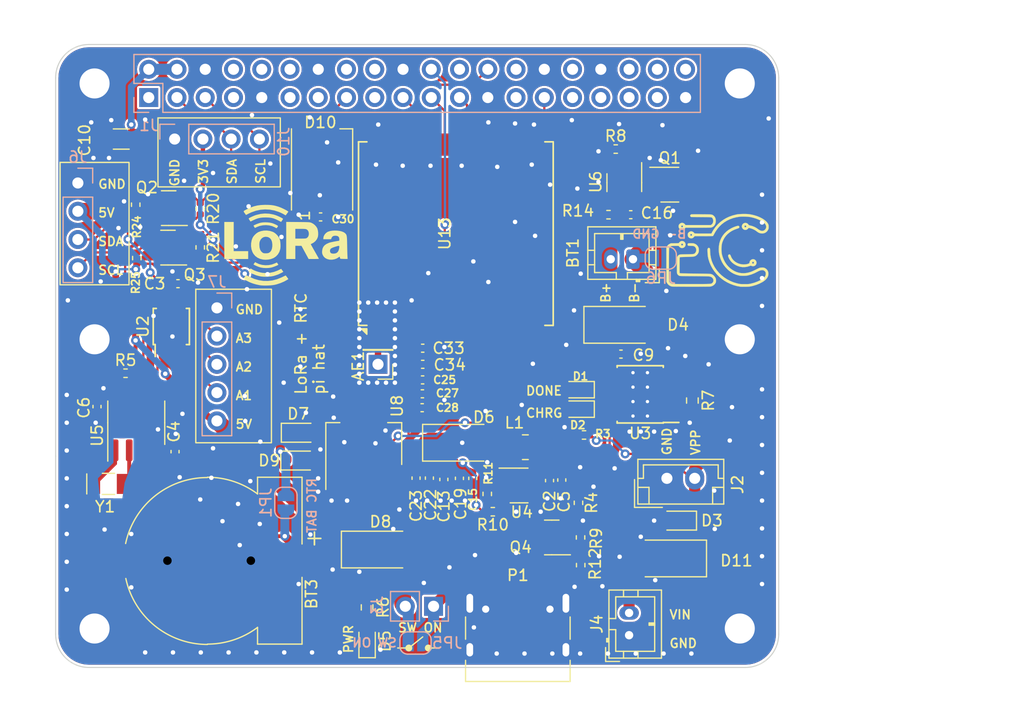
<source format=kicad_pcb>
(kicad_pcb (version 20241229) (generator "pcbnew") (generator_version "9.0")
  (title_block (date "15 nov 2012"))
  (layers (0 "F.Cu" signal) (2 "B.Cu" signal) (13 "F.Paste" user) (15 "B.Paste" user) (5 "F.SilkS" user "F.Silkscreen") (7 "B.SilkS" user "B.Silkscreen") (1 "F.Mask" user) (3 "B.Mask" user) (25 "Edge.Cuts" user))
  (net 0 "")
  (net 1 "GND")
  (net 2 "/GPIO2{slash}SDA1")
  (net 3 "/GPIO3{slash}SCL1")
  (net 4 "/GPIO4{slash}GPCLK0")
  (net 5 "/GPIO14{slash}TXD0")
  (net 6 "/GPIO15{slash}RXD0")
  (net 7 "/GPIO17")
  (net 8 "/GPIO18{slash}PCM.CLK")
  (net 9 "/GPIO27")
  (net 10 "/GPIO22")
  (net 11 "/GPIO23")
  (net 12 "/GPIO24")
  (net 13 "/GPIO10{slash}SPI0.MOSI")
  (net 14 "/GPIO9{slash}SPI0.MISO")
  (net 15 "/GPIO25")
  (net 16 "/GPIO11{slash}SPI0.SCLK")
  (net 17 "/GPIO8{slash}SPI0.CE0")
  (net 18 "/GPIO7{slash}SPI0.CE1")
  (net 19 "/ID_SDA")
  (net 20 "/ID_SCL")
  (net 21 "/GPIO5")
  (net 22 "/GPIO6")
  (net 23 "/GPIO12{slash}PWM0")
  (net 24 "/GPIO13{slash}PWM1")
  (net 25 "/GPIO19{slash}PCM.FS")
  (net 26 "/GPIO16")
  (net 27 "/GPIO26")
  (net 28 "/GPIO20{slash}PCM.DIN")
  (net 29 "/GPIO21{slash}PCM.DOUT")
  (net 30 "+5V")
  (net 31 "+3V3")
  (net 32 "Net-(AE1-A)")
  (net 33 "+BATT")
  (net 34 "-BATT")
  (net 35 "Net-(U6-VCC)")
  (net 36 "+3.3VA")
  (net 37 "/DONE")
  (net 38 "Net-(D1-A)")
  (net 39 "/CHRG")
  (net 40 "VPP")
  (net 41 "Net-(D5-A)")
  (net 42 "Net-(D8-A)")
  (net 43 "/RGB")
  (net 44 "/A3")
  (net 45 "/DCIN")
  (net 46 "/SCL5")
  (net 47 "/SDA5")
  (net 55 "Net-(Q1-G2)")
  (net 57 "Net-(Q1-G1)")
  (net 58 "/EN_5V")
  (net 59 "Net-(U5-SQW{slash}OUT)")
  (net 60 "Net-(U3-ISET)")
  (net 61 "Net-(U6-CS)")
  (net 62 "Net-(U4-FB)")
  (net 64 "Net-(U5-X1)")
  (net 65 "Net-(U5-X2)")
  (net 72 "Net-(Q4-B)")
  (net 74 "/A2")
  (net 75 "/A1")
  (net 76 "Net-(BT3-+)")
  (net 77 "Net-(D7-K)")
  (net 78 "/STEP")
  (footprint "Connector_JST:JST_PH_B2B-PH-K_1x02_P2.00mm_Vertical" (layer "F.Cu") (at 151.9 63.3 180)
    (property "Reference" "BT1")
    (property "Value" "BAT")
  )
  (footprint "Resistor_SMD:R_0402_1005Metric" (layer "F.Cu") (at 147.1875 88.3125 90)
    (property "Reference" "R9")
    (property "Value" "10K")
  )
  (footprint "Connector_JST:JST_EH_B2B-EH-A_1x02_P2.50mm_Vertical" (layer "F.Cu") (at 154.95 83)
    (property "Reference" "J2")
    (property "Value" "CONN")
  )
  (footprint "MountingHole:MountingHole_2.7mm_M2.5" (layer "F.Cu") (at 161.5 70.5)
    (property "Reference" "MH5" (hide yes))
    (property "Value" "MountingHole_2.7mm_M2.5" (hide yes))
  )
  (footprint "Package_TO_SOT_SMD:SOT-23-6" (layer "F.Cu") (at 151.12 56.42 -90)
    (property "Reference" "U6")
    (property "Value" "DW01+G")
  )
  (footprint "MountingHole:MountingHole_2.7mm_M2.5" (layer "F.Cu") (at 161.5 47.5)
    (property "Reference" "MH2" (hide yes))
    (property "Value" "MountingHole_2.7mm_M2.5" (hide yes))
  )
  (footprint "Capacitor_SMD:C_0402_1005Metric" (layer "F.Cu") (at 132.4 82.98 -90)
    (property "Reference" "C23")
    (property "Value" "100nF")
  )
  (footprint "RF_Module:Ai-Thinker-Ra-01-LoRa" (layer "F.Cu") (at 135.98 61 90)
    (property "Reference" "U13")
    (property "Value" "Ai-Thinker-Ra-01")
  )
  (footprint "Capacitor_SMD:C_0402_1005Metric" (layer "F.Cu") (at 103.72 76.55 -90)
    (property "Reference" "C6")
    (property "Value" "100nF")
  )
  (footprint "LED_SMD:LED_0603_1608Metric" (layer "F.Cu") (at 146.94 75.03 180)
    (property "Reference" "D1")
    (property "Value" "GLED")
  )
  (footprint "Resistor_SMD:R_0603_1608Metric" (layer "F.Cu") (at 157.24 76.005 -90)
    (property "Reference" "R7")
    (property "Value" "1.1K")
  )
  (footprint "Capacitor_SMD:C_0402_1005Metric" (layer "F.Cu") (at 132.99 74.15 180)
    (property "Reference" "C25")
    (property "Value" "10uF")
  )
  (footprint "Capacitor_SMD:C_0402_1005Metric" (layer "F.Cu") (at 133 72.75 180)
    (property "Reference" "C34")
    (property "Value" "10uF")
  )
  (footprint "Capacitor_SMD:C_0402_1005Metric" (layer "F.Cu") (at 110.735 80.6 90)
    (property "Reference" "C4")
    (property "Value" "100nF")
  )
  (footprint "Resistor_SMD:R_0402_1005Metric" (layer "F.Cu") (at 106.285 73.55)
    (property "Reference" "R5")
    (property "Value" "10K")
  )
  (footprint "LED_SMD:LED_0603_1608Metric" (layer "F.Cu") (at 128 97.6375 90)
    (property "Reference" "D5")
    (property "Value" "RLED")
  )
  (footprint "Package_SO:SOIC-8_3.9x4.9mm_P1.27mm" (layer "F.Cu") (at 107.25 78 90)
    (property "Reference" "U5")
    (property "Value" "DS1307Z+")
  )
  (footprint "Resistor_SMD:R_0402_1005Metric" (layer "F.Cu") (at 113 58.76 -90)
    (property "Reference" "R20")
    (property "Value" "10K")
  )
  (footprint "Capacitor_SMD:C_1206_3216Metric" (layer "F.Cu") (at 105.9 52.5 180)
    (property "Reference" "C10")
    (property "Value" "47uF")
  )
  (footprint "Package_TO_SOT_SMD:SOT-23" (layer "F.Cu") (at 110.1 62.26 180)
    (property "Reference" "Q3")
    (property "Value" "2N7002")
  )
  (footprint "Diode_SMD:D_SOD-323" (layer "F.Cu") (at 121.9 78.9)
    (property "Reference" "D7")
    (property "Value" "1N5819WS")
  )
  (footprint "nodemcu:lora 7mm" (layer "F.Cu") (at 120.7 62.04)
    (property "Reference" "G***" (hide yes))
    (property "Value" "LOGO" (hide yes))
  )
  (footprint "Package_TO_SOT_SMD:SOT-23" (layer "F.Cu") (at 144.6 88.3125 180)
    (property "Reference" "Q4")
    (property "Value" "MMBT3904")
  )
  (footprint "Package_TO_SOT_SMD:SOT-23-5" (layer "F.Cu") (at 141.6625 83.64)
    (property "Reference" "U4")
    (property "Value" "MT3540")
  )
  (footprint "Resistor_SMD:R_0402_1005Metric" (layer "F.Cu") (at 147.2 90.8 -90)
    (property "Reference" "R12")
    (property "Value" "1K")
  )
  (footprint "Package_SO:Texas_HSOP-8-1EP_3.9x4.9mm_P1.27mm_ThermalVias" (layer "F.Cu") (at 152.55 75.45 180)
    (property "Reference" "U3")
    (property "Value" "CN3163")
  )
  (footprint "Resistor_SMD:R_0402_1005Metric" (layer "F.Cu") (at 107.2 58.4 90)
    (property "Reference" "R24")
    (property "Value" "10K")
  )
  (footprint "Connector_USB:USB_C_Receptacle_HRO_TYPE-C-31-M-12" (layer "F.Cu") (at 141.55 97.36)
    (property "Reference" "P1")
    (property "Value" "USB_C_Plug")
  )
  (footprint "Resistor_SMD:R_0402_1005Metric" (layer "F.Cu") (at 107.3 63.2 -90)
    (property "Reference" "R25")
    (property "Value" "10K")
  )
  (footprint "Resistor_SMD:R_0402_1005Metric" (layer "F.Cu") (at 150.35 53.4)
    (property "Reference" "R8")
    (property "Value" "1K")
  )
  (footprint "Capacitor_SMD:C_0402_1005Metric" (layer "F.Cu") (at 133 71.3 180)
    (property "Reference" "C33")
    (property "Value" "100nF")
  )
  (footprint "Capacitor_SMD:C_0402_1005Metric" (layer "F.Cu") (at 137.5 83 -90)
    (property "Reference" "C15")
    (property "Value" "10uF")
  )
  (footprint "Resistor_SMD:R_0402_1005Metric" (layer "F.Cu") (at 147 85.2 -90)
    (property "Reference" "R4")
    (property "Value" "150K")
  )
  (footprint "Capacitor_SMD:C_0402_1005Metric" (layer "F.Cu") (at 144.4 83.2 90)
    (property "Reference" "C2")
    (property "Value" "1uF")
  )
  (footprint "MountingHole:MountingHole_2.7mm_M2.5" (layer "F.Cu") (at 103.5 96.5)
    (property "Reference" "MH3" (hide yes))
    (property "Value" "MountingHole_2.7mm_M2.5" (hide yes))
  )
  (footprint "Crystal:Crystal_SMD_G8-2Pin_3.2x1.5mm" (layer "F.Cu") (at 104.75 83.5)
    (property "Reference" "Y1")
    (property "Value" "32.768Khz")
  )
  (footprint "Connector_PinHeader_2.54mm:PinHeader_1x01_P2.54mm_Vertical" (layer "F.Cu") (at 128.98 72.75 180)
    (property "Reference" "AE1")
    (property "Value" "Antenna")
  )
  (footprint "Capacitor_SMD:C_0402_1005Metric" (layer "F.Cu") (at 145.5 83.15 -90)
    (property "Reference" "C5")
    (property "Value" "10uF")
  )
  (footprint "Diode_SMD:D_SMA" (layer "F.Cu") (at 129.2 89.4)
    (property "Reference" "D8")
    (property "Value" "SS34")
  )
  (footprint "MountingHole:MountingHole_2.7mm_M2.5" (layer "F.Cu") (at 103.5 47.5)
    (property "Reference" "MH1" (hide yes))
    (property "Value" "MountingHole_2.7mm_M2.5" (hide yes))
  )
  (footprint "Diode_SMD:D_SOD-323" (layer "F.Cu") (at 121.85 81.4)
    (property "Reference" "D9")
    (property "Value" "1N5819WS")
  )
  (footprint "Package_TO_SOT_SMD:SOT-23-6" (layer "F.Cu") (at 155.2125 56.6)
    (property "Reference" "Q1")
    (property "Value" "8205A")
  )
  (footprint "Package_SO:TSSOP-10_3x3mm_P0.5mm" (layer "F.Cu") (at 110.4 69.35 90)
    (property "Reference" "U2")
    (property "Value" "ADS1115IDGS")
  )
  (footprint "Diode_SMD:D_SMA" (layer "F.Cu") (at 151 69.2)
    (property "Reference" "D4")
    (property "Value" "SS34")
  )
  (footprint "MountingHole:MountingHole_2.7mm_M2.5" (layer "F.Cu") (at 103.5 70.5)
    (property "Reference" "MH6" (hide yes))
    (property "Value" "MountingHole_2.7mm_M2.5" (hide yes))
  )
  (footprint "Connector_JST:JST_PH_B2B-PH-K_1x02_P2.00mm_Vertical" (layer "F.Cu") (at 151.55 97.1 90)
    (property "Reference" "J4")
    (property "Value" "CONN")
  )
  (footprint "Package_TO_SOT_SMD:SOT-23" (layer "F.Cu") (at 110.1625 58.71 180)
    (property "Reference" "Q2")
    (property "Value" "2N7002")
  )
  (footprint "LED_SMD:LED_0603_1608Metric" (layer "F.Cu") (at 146.94 76.78 180)
    (property "Reference" "D2")
    (property "Value" "LED RED")
  )
  (footprint "Capacitor_SMD:C_0402_1005Metric" (layer "F.Cu") (at 134.9 83.1 -90)
    (property "Reference" "C13")
    (property "Value" "100nF")
  )
  (footprint "Capacitor_SMD:C_0402_1005Metric" (layer "F.Cu") (at 123.82 59.5)
    (property "Reference" "C30")
    (property "Value" "100nF")
  )
  (footprint "Resistor_SMD:R_0402_1005Metric" (layer "F.Cu") (at 149.7 59.3)
    (property "Reference" "R14")
    (property "Value" "100R")
  )
  (footprint "Capacitor_SMD:C_0402_1005Metric" (layer "F.Cu") (at 150.82 71.83)
    (property "Reference" "C9")
    (property "Value" "1uF")
  )
  (footprint "Capacitor_SMD:C_0402_1005Metric" (layer "F.Cu") (at 136.3 83 -90)
    (property "Reference" "C19")
    (property "Value" "1uF")
  )
  (footprint "Capacitor_SMD:C_0402_1005Metric" (layer "F.Cu") (at 111 65.5)
    (property "Reference" "C3")
    (property "Value" "100nF")
  )
  (footprint "Resistor_SMD:R_0402_1005Metric" (layer "F.Cu") (at 139.3 86 180)
    (property "Reference" "R10")
    (property "Value" "150K")
  )
  (footprint "Package_TO_SOT_SMD:SOT-223-3_TabPin2" (layer "F.Cu") (at 127.7 79.9 90)
    (property "Reference" "U8")
    (property "Value" "AMS1117-3.3")
  )
  (footprint "MountingHole:MountingHole_2.7mm_M2.5" (layer "F.Cu") (at 161.5 96.5)
    (property "Reference" "MH4" (hide yes))
    (property "Value" "MountingHole_2.7mm_M2.5" (hide yes))
  )
  (footprint "nodemcu:cr1220-2" (layer "F.Cu") (at 113.65 90.4 90)
    (property "Reference" "BT3")
    (property "Value" "Battery_Cell")
  )
  (footprint "Diode_SMD:D_SOD-323" (layer "F.Cu") (at 156 86.8 180)
    (property "Reference" "D3")
    (property "Value" "1N5819WS")
  )
  (footprint "Capacitor_SMD:C_0402_1005Metric" (layer "F.Cu") (at 151.7 59.3)
    (property "Reference" "C16")
    (property "Value" "1uF")
  )
  (footprint "Diode_SMD:D_SMA" (layer "F.Cu") (at 155 90.2 180)
    (property "Reference" "D11")
    (property "Value" "SS34")
  )
  (footprint "Inductor_SMD:L_1008_2520Metric" (layer "F.Cu") (at 142.225 80.2 180)
    (property "Reference" "L1")
    (property "Value" "4.7uH")
  )
  (footprint "nodemcu:EC_icon10mm" (layer "F.Cu") (at 159.5 62.5)
    (property "Reference" "G***" (hide yes))
    (property "Value" "LOGO" (hide yes))
  )
  (footprint "Capacitor_SMD:C_0402_1005Metric" (layer "F.Cu") (at 132.95 76.65 180)
    (property "Reference" "C28")
    (property "Value" "100nF")
  )
  (footprint "Resistor_SMD:R_0402_1005Metric" (layer "F.Cu") (at 113 62.24 -90)
    (property "Reference" "R21")
    (property "Value" "10K")
  )
  (footprint "Resistor_SMD:R_0603_1608Metric" (layer "F.Cu") (at 128 94.6 -90)
    (property "Reference" "R6")
    (property "Value" "1K")
  )
  (footprint "LED_SMD:LED_WS2812B_PLCC4_5.0x5.0mm_P3.2mm" (layer "F.Cu") (at 123.95 55.23 90)
    (property "Reference" "D10")
    (property "Value" "WS2812B")
  )
  (footprint "Diode_SMD:D_SMA" (layer "F.Cu") (at 136.5 79.8)
    (property "Reference" "D6")
    (property "Value" "SS210")
  )
  (footprint "Capacitor_SMD:C_0402_1005Metric" (layer "F.Cu") (at 133.6 82.98 -90)
    (property "Reference" "C22")
    (property "Value" "10uF")
  )
  (footprint "Resistor_SMD:R_0402_1005Metric" (layer "F.Cu") (at 147.5 79.1)
    (property "Reference" "R3")
    (property "Value" "1K")
  )
  (footprint "Capacitor_SMD:C_0402_1005Metric" (layer "F.Cu") (at 132.97 75.4 180)
    (property "Reference" "C27")
    (property "Value" "1uF")
  )
  (footprint "Resistor_SMD:R_0402_1005Metric" (layer "F.Cu") (at 138.8 84.4 -90)
    (property "Reference" "R11")
    (property "Value" "47K")
  )
  (footprint "Connector_PinSocket_2.54mm:PinSocket_2x20_P2.54mm_Vertical" (layer "B.Cu") (at 108.37 48.77 -90)
    (property "Reference" "J1")
    (property "Value" "GPIO")
  )
  (footprint "Connector_PinHeader_2.54mm:PinHeader_1x04_P2.54mm_Vertical" (layer "B.Cu") (at 110.7 52.5 -90)
    (property "Reference" "J10")
    (property "Value" "CONN")
  )
  (footprint "Jumper:SolderJumper-2_P1.3mm_Open_RoundedPad1.0x1.5mm" (layer "B.Cu") (at 154.4 63.2)
    (property "Reference" "JP6")
    (property "Value" "BATBYPASS")
  )
  (footprint "Connector_PinHeader_2.54mm:PinHeader_1x04_P2.54mm_Vertical" (layer "B.Cu") (at 102 56.45 180)
    (property "Reference" "J6")
    (property "Value" "CONN")
  )
  (footprint "Jumper:SolderJumper-2_P1.3mm_Open_RoundedPad1.0x1.5mm" (layer "B.Cu") (at 132.35 97.8)
    (property "Reference" "JP5")
    (property "Value" "JUMPER")
  )
  (footprint "Connector_PinHeader_2.54mm:PinHeader_1x05_P2.54mm_Vertical" (layer "B.Cu") (at 114.5 67.675 180)
    (property "Reference" "J7")
    (property "Value" "AIN")
  )
  (footprint "Connector_PinHeader_2.54mm:PinHeader_1x02_P2.54mm_Vertical" (layer "B.Cu") (at 133.975 94.5 90)
    (property "Reference" "J3")
    (property "Value" "CONN")
  )
  (footprint "Jumper:SolderJumper-2_P1.3mm_Open_RoundedPad1.0x1.5mm" (layer "B.Cu") (at 120.7 85.2 -90)
    (property "Reference" "JP1")
    (property "Value" "JUMPER")
  )
  (gr_circle (center 133.5 98.25) (end 133.75 98.25) (stroke (width 0.12)) (fill yes) (layer "F.SilkS"))
  (gr_rect (start 109.2 50.6) (end 120.2 56.8) (stroke (width 0.12)) (fill no) (layer "F.SilkS"))
  (gr_line (start 131.75 98.25) (end 133 97.25) (stroke (width 0.12)) (layer "F.SilkS"))
  (gr_line (start 133.5 98.25) (end 134.5 98.25) (stroke (width 0.12)) (layer "F.SilkS"))
  (gr_line (start 130.75 98.25) (end 131.75 98.25) (stroke (width 0.12)) (layer "F.SilkS"))
  (gr_rect (start 112.6 66) (end 119.4 79.8) (stroke (width 0.12)) (fill no) (layer "F.SilkS"))
  (gr_rect (start 100.4 54.6) (end 106.6 65.6) (stroke (width 0.12)) (fill no) (layer "F.SilkS"))
  (gr_circle (center 131.75 98.25) (end 132 98.25) (stroke (width 0.12)) (fill yes) (layer "F.SilkS"))
  (gr_arc (start 162 44) (mid 164.12132 44.87868) (end 165 47) (stroke (width 0.1)) (layer "Edge.Cuts"))
  (gr_line (start 165 97) (end 165 47) (stroke (width 0.1)) (layer "Edge.Cuts"))
  (gr_line (start 100 47) (end 100 81) (stroke (width 0.1)) (layer "Edge.Cuts"))
  (gr_arc (start 103 100) (mid 100.87868 99.12132) (end 100 97) (stroke (width 0.1)) (layer "Edge.Cuts"))
  (gr_line (start 103 100) (end 162 100) (stroke (width 0.1)) (layer "Edge.Cuts"))
  (gr_arc (start 165 97) (mid 164.12132 99.12132) (end 162 100) (stroke (width 0.1)) (layer "Edge.Cuts"))
  (gr_arc (start 100 47) (mid 100.87868 44.87868) (end 103 44) (stroke (width 0.1)) (layer "Edge.Cuts"))
  (gr_line (start 100 81) (end 100 97) (stroke (width 0.1)) (layer "Edge.Cuts"))
  (gr_line (start 162 44) (end 103 44) (stroke (width 0.1)) (layer "Edge.Cuts"))
  (gr_text "PWR" (at 126.8 98.8 90) (layer "F.SilkS") (effects (font (size 0.8 0.8)) (justify left bottom)))
  (gr_text "DONE" (at 142.2 75.6 0) (layer "F.SilkS") (effects (font (size 0.8 0.8)) (justify left bottom)))
  (gr_text "GND\n\n5V\n\nSDA\n\nSCL" (at 103.75 64.75 0) (layer "F.SilkS") (effects (font (size 0.8 0.8)) (justify left bottom)))
  (gr_text "LoRa + RTC\npi hat" (at 124.25 75.56 90) (layer "F.SilkS") (effects (font (size 1 1)) (justify left bottom)))
  (gr_text "B+\n\nB-" (at 152.5 65.31 90) (layer "F.SilkS") (effects (font (size 0.8 0.8)) (justify right bottom)))
  (gr_text "GND\n\nVPP" (at 158 81 90) (layer "F.SilkS") (effects (font (size 0.8 0.8)) (justify left bottom)))
  (gr_text "GND\n\n3V3\n\nSDA\n\nSCL" (at 118.9 54.2 90) (layer "F.SilkS") (effects (font (size 0.8 0.8)) (justify right bottom)))
  (gr_text "VIN\n\nGND" (at 155.1 98.3 0) (layer "F.SilkS") (effects (font (size 0.8 0.8)) (justify left bottom)))
  (gr_text "GND\n\nA3\n\nA2\n\nA1\n\n5V" (at 116.1 78.6 0) (layer "F.SilkS") (effects (font (size 0.8 0.8)) (justify left bottom)))
  (gr_text "CHRG" (at 142.2 77.6 0) (layer "F.SilkS") (effects (font (size 0.8 0.8)) (justify left bottom)))
  (gr_text "SW ON" (at 130.7 96.9 0) (layer "F.SilkS") (effects (font (size 0.8 0.8)) (justify left bottom)))
  (gr_text "SW ON" (at 130.75 98.25 0) (layer "B.SilkS") (effects (font (size 0.8 0.8)) (justify left bottom mirror)))
  (gr_text "B- GND" (at 151.75 61.5 0) (layer "B.SilkS") (effects (font (size 0.8 0.8)) (justify right bottom mirror)))
  (gr_text "RTC BAT" (at 123.5 88 90) (layer "B.SilkS") (effects (font (size 0.8 0.8)) (justify right bottom mirror)))
  (segment (start 156.875 74.815) (end 157.24 75.18) (width 0.2) (layer "F.Cu") (net 1))
  (segment (start 109.875 70.25) (end 110.5 70.25) (width 0.2) (layer "F.Cu") (net 1))
  (segment (start 110.4 70.35) (end 110.5 70.25) (width 0.2) (layer "F.Cu") (net 1))
  (segment (start 155.25 74.815) (end 153.215 74.815) (width 0.2) (layer "F.Cu") (net 1))
  (segment (start 153.215 74.815) (end 153.2 74.8) (width 0.2) (layer "F.Cu") (net 1))
  (segment (start 155.25 74.815) (end 156.875 74.815) (width 0.2) (layer "F.Cu") (net 1))
  (segment (start 109.4 71.5) (end 109.4 70.725) (width 0.2) (layer "F.Cu") (net 1))
  (segment (start 109.4 70.725) (end 109.875 70.25) (width 0.2) (layer "F.Cu") (net 1))
  (segment (start 110.4 71.5) (end 110.4 70.35) (width 0.2) (layer "F.Cu") (net 1))
  (via (at 148.85 90) (size 0.8) (drill 0.4) (layers "F.Cu" "B.Cu") (net 1))
  (via (at 141.3 51.1) (size 0.8) (drill 0.4) (layers "F.Cu" "B.Cu") (net 1))
  (via (at 110.8 79) (size 0.8) (drill 0.4) (layers "F.Cu" "B.Cu") (net 1))
  (via (at 149.65 98.75) (size 0.8) (drill 0.4) (layers "F.Cu" "B.Cu") (net 1))
  (via (at 117.2 66) (size 0.8) (drill 0.4) (layers "F.Cu" "B.Cu") (net 1))
  (via (at 154.65 98.75) (size 0.8) (drill 0.4) (layers "F.Cu" "B.Cu") (net 1))
  (via (at 108.05 50.75) (size 0.8) (drill 0.4) (layers "F.Cu" "B.Cu") (net 1))
  (via (at 122 72.95) (size 0.8) (drill 0.4) (layers "F.Cu" "B.Cu") (net 1))
  (via (at 123.05 98.65) (size 0.8) (drill 0.4) (layers "F.Cu" "B.Cu") (net 1))
  (via (at 154.9 66.15) (size 0.8) (drill 0.4) (layers "F.Cu" "B.Cu") (net 1))
  (via (at 163.5 75) (size 0.8) (drill 0.4) (layers "F.Cu" "B.Cu") (net 1))
  (via (at 130.5 68) (size 0.8) (drill 0.4) (layers "F.Cu" "B.Cu") (net 1))
  (via (at 114.15 55.55) (size 0.8) (drill 0.4) (layers "F.Cu" "B.Cu") (net 1))
  (via (at 114 82.95) (size 0.8) (drill 0.4) (layers "F.Cu" "B.Cu") (net 1))
  (via (at 129.7 74.4) (size 0.8) (drill 0.4) (layers "F.Cu" "B.Cu") (net 1))
  (via (at 130.5 73.6) (size 0.8) (drill 0.4) (layers "F.Cu" "B.Cu") (net 1))
  (via (at 145.75 78.4) (size 0.8) (drill 0.4) (layers "F.Cu" "B.Cu") (net 1))
  (via (at 144.2 84.8) (size 0.8) (drill 0.4) (layers "F.Cu" "B.Cu") (net 1))
  (via (at 160.8 76.6) (size 0.8) (drill 0.4) (layers "F.Cu" "B.Cu") (net 1))
  (via (at 163.5 67.5) (size 0.8) (drill 0.4) (layers "F.Cu" "B.Cu") (net 1))
  (via (at 112.8 65.4) (size 0.8) (drill 0.4) (layers "F.Cu" "B.Cu") (net 1))
  (via (at 124.4 52.8) (size 0.8) (drill 0.4) (layers "F.Cu" "B.Cu") (net 1))
  (via (at 141.4 89.7) (size 0.8) (drill 0.4) (layers "F.Cu" "B.Cu") (net 1))
  (via (at 127.3 70.4) (size 0.8) (drill 0.4) (layers "F.Cu" "B.Cu") (net 1))
  (via (at 134.95 71.2) (size 0.8) (drill 0.4) (layers "F.Cu" "B.Cu") (net 1))
  (via (at 125.95 79.75) (size 0.8) (drill 0.4) (layers "F.Cu" "B.Cu") (net 1))
  (via (at 138.65 76.95) (size 0.8) (drill 0.4) (layers "F.Cu" "B.Cu") (net 1))
  (via (at 144.45 56.6) (size 0.8) (drill 0.4) (layers "F.Cu" "B.Cu") (net 1))
  (via (at 163.5 65) (size 0.8) (drill 0.4) (layers "F.Cu" "B.Cu") (net 1))
  (via (at 133.4 85) (size 0.8) (drill 0.4) (layers "F.Cu" "B.Cu") (net 1))
  (via (at 120.5 74.4) (size 0.8) (drill 0.4) (layers "F.Cu" "B.Cu") (net 1))
  (via (at 101 88) (size 0.8) (drill 0.4) (layers "F.Cu" "B.Cu") (net 1))
  (via (at 141.3 59.95) (size 0.8) (drill 0.4) (layers "F.Cu" "B.Cu") (net 1))
  (via (at 163.5 60) (size 0.8) (drill 0.4) (layers "F.Cu" "B.Cu") (net 1))
  (via (at 120.55 98.65) (size 0.8) (drill 0.4) (layers "F.Cu" "B.Cu") (net 1))
  (via (at 147.15 98.75) (size 0.8) (drill 0.4) (layers "F.Cu" "B.Cu") (net 1))
  (via (at 115 86.85) (size 0.8) (drill 0.4) (layers "F.Cu" "B.Cu") (net 1))
  (via (at 136.8 85) (size 0.8) (drill 0.4) (layers "F.Cu" "B.Cu") (net 1))
  (via (at 131.2 54.9) (size 0.8) (drill 0.4) (layers "F.Cu" "B.Cu") (net 1))
  (via (at 152.6 71.8) (size 0.8) (drill 0.4) (layers "F.Cu" "B.Cu") (net 1))
  (via (at 132 67) (size 0.8) (drill 0.4) (layers "F.Cu" "B.Cu") (net 1))
  (via (at 143.6 86) (size 0.8) (drill 0.4) (layers "F.Cu" "B.Cu") (net 1))
  (via (at 119.3 54.7) (size 0.8) (drill 0.4) (layers "F.Cu" "B.Cu") (net 1))
  (via (at 157.75 53.55) (size 0.8) (drill 0.4) (layers "F.Cu" "B.Cu") (net 1))
  (via (at 109.2 78.6) (size 0.8) (drill 0.4) (layers "F.Cu" "B.Cu") (net 1))
  (via (at 142.9 72.7) (size 0.8) (drill 0.4) (layers "F.Cu" "B.Cu") (net 1))
  (via (at 118.4 79.7) (size 0.8) (drill 0.4) (layers "F.Cu" "B.Cu") (net 1))
  (via (at 120.3 61.3) (size 0.8) (drill 0.4) (layers "F.Cu" "B.Cu") (net 1))
  (via (at 124.95 75.65) (size 0.8) (drill 0.4) (layers "F.Cu" "B.Cu") (net 1))
  (via (at 156.6 72) (size 0.8) (drill 0.4) (layers "F.Cu" "B.Cu") (net 1))
  (via (at 163.5 92.5) (size 0.8) (drill 0.4) (layers "F.Cu" "B.Cu") (net 1))
  (via (at 115.55 98.65) (size 0.8) (drill 0.4) (layers "F.Cu" "B.Cu") (net 1))
  (via (at 127.3 71.2) (size 0.8) (drill 0.4) (layers "F.Cu" "B.Cu") (net 1))
  (via (at 153.8 78.8) (size 0.8) (drill 0.4) (layers "F.Cu" "B.Cu") (net 1))
  (via (at 157 78) (size 0.8) (drill 0.4) (layers "F.Cu" "B.Cu") (net 1))
  (via (at 101 78) (size 0.8) (drill 0.4) (layers "F.Cu" "B.Cu") (net 1))
  (via (at 138.9 51) (size 0.8) (drill 0.4) (layers "F.Cu" "B.Cu") (net 1))
  (via (at 130.5 68.8) (size 0.8) (drill 0.4) (layers "F.Cu" "B.Cu") (net 1))
  (via (at 141.4 86) (size 0.8) (drill 0.4) (layers "F.Cu" "B.Cu") (net 1))
  (via (at 104.4 87.6) (size 0.8) (drill 0.4) (layers "F.Cu" "B.Cu") (net 1))
  (via (at 139.65 98.75) (size 0.8) (drill 0.4) (layers "F.Cu" "B.Cu") (net 1))
  (via (at 108.05 98.65) (size 0.8) (drill 0.4) (layers "F.Cu" "B.Cu") (net 1))
  (via (at 123.6 84.2) (size 0.8) (drill 0.4) (layers "F.Cu" "B.Cu") (net 1))
  (via (at 163.5 77.5) (size 0.8) (drill 0.4) (layers "F.Cu" "B.Cu") (net 1))
  (via (at 142.15 98.75) (size 0.8) (drill 0.4) (layers "F.Cu" "B.Cu") (net 1))
  (via (at 138.9 65.35) (size 0.8) (drill 0.4) (layers "F.Cu" "B.Cu") (net 1))
  (via (at 158.7 72.75) (size 0.8) (drill 0.4) (layers "F.Cu" "B.Cu") (net 1))
  (via (at 122.85 50.55) (size 0.8) (drill 0.4) (layers "F.Cu" "B.Cu") (net 1))
  (via (at 135.4 91) (size 0.8) (drill 0.4) (layers "F.Cu" "B.Cu") (net 1))
  (via (at 147.15 82) (size 0.8) (drill 0.4) (layers "F.Cu" "B.Cu") (net 1))
  (via (at 151.6 78.8) (size 0.8) (drill 0.4) (layers "F.Cu" "B.Cu") (net 1))
  (via (at 150.7 90.05) (size 0.8) (drill 0.4) (layers "F.Cu" "B.Cu") (net 1))
  (via (at 130.5 70.4) (size 0.8) (drill 0.4) (layers "F.Cu" "B.Cu") (net 1))
  (via (at 101 75.5) (size 0.8) (drill 0.4) (layers "F.Cu" "B.Cu") (net 1))
  (via (at 127.3 74.4) (size 0.8) (drill 0.4) (layers "F.Cu" "B.Cu") (net 1))
  (via (at 107.6 60.4) (size 0.8) (drill 0.4) (layers "F.Cu" "B.Cu") (net 1))
  (via (at 138.8 81.55) (size 0.8) (drill 0.4) (layers "F.Cu" "B.Cu") (net 1))
  (via (at 129.2 98.4) (size 0.8) (drill 0.4) (layers "F.Cu" "B.Cu") (net 1))
  (via (at 104.05 65.3) (size 0.8) (drill 0.4) (layers "F.Cu" "B.Cu") (net 1))
  (via (at 155.5 58.95) (size 0.8) (drill 0.4) (layers "F.Cu" "B.Cu") (net 1))
  (via (at 108.8 68.4) (size 0.8) (drill 0.4) (layers "F.Cu" "B.Cu") (net 1))
  (via (at 116.55 89) (size 0.8) (drill 0.4) (layers "F.Cu" "B.Cu") (net 1))
  (via (at 111.55 56.25) (size 0.8) (drill 0.4) (layers "F.Cu" "B.Cu") (net 1))
  (via (at 103.6 78) (size 0.8) (drill 0.4) (layers "F.Cu" "B.Cu") (net 1))
  (via (at 124.9 91.2) (size 0.8) (drill 0.4) (layers "F.Cu" "B.Cu") (net 1))
  (via (at 134.95 75.95) (size 0.8) (drill 0.4) (layers "F.Cu" "B.Cu") (net 1))
  (via (at 148.35 83.75) (size 0.8) (drill 0.4) (layers "F.Cu" "B.Cu") (net 1))
  (via (at 127.3 67.2) (size 0.8) (drill 0.4) (layers "F.Cu" "B.Cu") (net 1))
  (via (at 130.5 71.2) (size 0.8) (drill 0.4) (layers "F.Cu" "B.Cu") (net 1))
  (via (at 123.6 83) (size 0.8) (drill 0.4) (layers "F.Cu" "B.Cu") (net 1))
  (via (at 154.4 54.4) (size 0.8) (drill 0.4) (layers "F.Cu" "B.Cu") (net 1))
  (via (at 159.25 87.55) (size 0.8) (drill 0.4) (layers "F.Cu" "B.Cu") (net 1))
  (via (at 110.55 98.65) (size 0.8) (drill 0.4) (layers "F.Cu" "B.Cu") (net 1))
  (via (at 116.4 85.3) (size 0.8) (drill 0.4) (layers "F.Cu" "B.Cu") (net 1))
  (via (at 147.2 64.6) (size 0.8) (drill 0.4) (layers "F.Cu" "B.Cu") (net 1))
  (via (at 150.65 51.15) (size 0.8) (drill 0.4) (layers "F.Cu" "B.Cu") (net 1))
  (via (at 146.4 50.8) (size 0.8) (drill 0.4) (layers "F.Cu" "B.Cu") (net 1))
  (via (at 110.5 64.4) (size 0.8) (drill 0.4) (layers "F.Cu" "B.Cu") (net 1))
  (via (at 133.7 54.9) (size 0.8) (drill 0.4) (layers "F.Cu" "B.Cu") (net 1))
  (via (at 137.6 96.4) (size 0.8) (drill 0.4) (layers "F.Cu" "B.Cu") (net 1))
  (via (at 153.8 86.8) (size 0.8) (drill 0.4) (layers "F.Cu" "B.Cu") (net 1))
  (via (at 135.6 85) (size 0.8) (drill 0.4) (layers "F.Cu" "B.Cu") (net 1))
  (via (at 153.9 92.15) (size 0.8) (drill 0.4) (layers "F.Cu" "B.Cu") (net 1))
  (via (at 153.4 54.2) (size 0.8) (drill 0.4) (layers "F.Cu" "B.Cu") (net 1))
  (via (at 143 51.2) (size 0.8) (drill 0.4) (layers "F.Cu" "B.Cu") (net 1))
  (via (at 127.3 91.4) (size 0.8) (drill 0.4) (layers "F.Cu" "B.Cu") (net 1))
  (via (at 106.8 88) (size 0.8) (drill 0.4) (layers "F.Cu" "B.Cu") (net 1))
  (via (at 129.7 67.2) (size 0.8) (drill 0.4) (layers "F.Cu" "B.Cu") (net 1))
  (via (at 149.15 92.7) (size 0.8) (drill 0.4) (layers "F.Cu" "B.Cu") (net 1))
  (via (at 147.4 86.8) (size 0.8) (drill 0.4) (layers "F.Cu" "B.Cu") (net 1))
  (via (at 117.65 50.35) (size 0.8) (drill 0.4) (layers "F.Cu" "B.Cu") (net 1))
  (via (at 129.65 78.7) (size 0.8) (drill 0.4) (layers "F.Cu" "B.Cu") (net 1))
  (via (at 125.55 98.65) (size 0.8) (drill 0.4) (layers "F.Cu" "B.Cu") (net 1))
  (via (at 152.15 98.75) (size 0.8) (drill 0.4) (layers "F.Cu" "B.Cu") (net 1))
  (via (at 164.1 50.65) (size 0.8) (drill 0.4) (layers "F.Cu" "B.Cu") (net 1))
  (via (at 127.3 68.8) (size 0.8) (drill 0.4) (layers "F.Cu" "B.Cu") (net 1))
  (via (at 155.25 61.15) (size 0.8) (drill 0.4) (layers "F.Cu" "B.Cu") (net 1))
  (via (at 137.55 63.5) (size 0.8) (drill 0.4) (layers "F.Cu" "B.Cu") (net 1))
  (via (at 136.5 54.9) (size 0.8) (drill 0.4) (layers "F.Cu" "B.Cu") (net 1))
  (via (at 152.6 78.8) (size 0.8) (drill 0.4) (layers "F.Cu" "B.Cu") (net 1))
  (via (at 127.3 73.6) (size 0.8) (drill 0.4) (layers "F.Cu" "B.Cu") (net 1))
  (via (at 113.05 98.65) (size 0.8) (drill 0.4) (layers "F.Cu" "B.Cu") (net 1))
  (via (at 125.4 54.6) (size 0.8) (drill 0.4) (layers "F.Cu" "B.Cu") (net 1))
  (via (at 130.9 85.8) (size 0.8) (drill 0.4) (layers "F.Cu" "B.Cu") (net 1))
  (via (at 132.4 85) (size 0.8) (drill 0.4) (layers "F.Cu" "B.Cu") (net 1))
  (via (at 130.5 74.4) (size 0.8) (drill 0.4) (layers "F.Cu" "B.Cu") (net 1))
  (via (at 121.85 92.5) (size 0.8) (drill 0.4) (layers "F.Cu" "B.Cu") (net 1))
  (via (at 146.9 56.95) (size 0.8) (drill 0.4) (layers "F.Cu" "B.Cu") (net 1))
  (via (at 145.4 84.8) (size 0.8) (drill 0.4) (layers "F.Cu" "B.Cu") (net 1))
  (via (at 128.75 79.85) (size 0.8) (drill 0.4) (layers "F.Cu" "B.Cu") (net 1))
  (via (at 141.9 76.4) (size 0.8) (drill 0.4) (layers "F.Cu" "B.Cu") (net 1))
  (via (at 136.55 79.8) (size 0.8) (drill 0.4) (layers "F.Cu" "B.Cu") (net 1))
  (via (at 150.25 82.1) (size 0.8) (drill 0.4) (layers "F.Cu" "B.Cu") (net 1))
  (via (at 163.5 57.5) (size 0.8) (drill 0.4) (layers "F.Cu" "B.Cu") (net 1))
  (via (at 155.75 78.75) (size 0.8) (drill 0.4) (layers "F.Cu" "B.Cu") (net 1))
  (via (at 127.3 72.8) (size 0.8) (drill 0.4) (layers "F.Cu" "B.Cu") (net 1))
  (via (at 128.1 67.2) (size 0.8) (drill 0.4) (layers "F.Cu" "B.Cu") (net 1))
  (via (at 101 83) (size 0.8) (drill 0.4) (layers "F.Cu" "B.Cu") (net 1))
  (via (at 122 67.8) (size 0.8) (drill 0.4) (layers "F.Cu" "B.Cu") (net 1))
  (via (at 148.8 56.35) (size 0.8) (drill 0.4) (layers "F.Cu" "B.Cu") (net 1))
  (via (at 125.4 59.5) (size 0.8) (drill 0.4) (layers "F.Cu" "B.Cu") (net 1))
  (via (at 163.5 90) (size 0.8) (drill 0.4) (layers "F.Cu" "B.Cu") (net 1))
  (via (at 113 84.9) (size 0.8) (drill 0.4) (layers "F.Cu" "B.Cu") (net 1))
  (via (at 163.5 87.5) (size 0.8) (drill 0.4) (layers "F.Cu" "B.Cu") (net 1))
  (via (at 123.75 57.55) (size 0.8) (drill 0.4) (layers "F.Cu" "B.Cu") (net 1))
  (via (at 160.6 79.6) (size 0.8) (drill 0.4) (layers "F.Cu" "B.Cu") (net 1))
  (via (at 137.7 89.9) (size 0.8) (drill 0.4) (layers "F.Cu" "B.Cu") (net 1))
  (via (at 111.4 77.2) (size 0.8) (drill 0.4) (layers "F.Cu" "B.Cu") (net 1))
  (via (at 157.15 98.75) (size 0.8) (drill 0.4) (layers "F.Cu" "B.Cu") (net 1))
  (via (at 104.8 54.2) (size 0.8) (drill 0.4) (layers "F.Cu" "B.Cu") (net 1))
  (via (at 116.2 62.15) (size 0.8) (drill 0.4) (layers "F.Cu" "B.Cu") (net 1))
  (via (at 104.3 74.9) (size 0.8) (drill 0.4) (layers "F.Cu" "B.Cu") (net 1))
  (via (at 114.15 80.3) (size 0.8) (drill 0.4) (layers "F.Cu" "B.Cu") (net 1))
  (via (at 122.5 77.1) (size 0.8) (drill 0.4) (layers "F.Cu" "B.Cu") (net 1))
  (via (at 143.1 61.2) (size 0.8) (drill 0.4) (layers "F.Cu" "B.Cu") (net 1))
  (via (at 119.05 64.65) (size 0.8) (drill 0.4) (layers "F.Cu" "B.Cu") (net 1))
  (via (at 117 75.6) (size 0.8) (drill 0.4) (layers "F.Cu" "B.Cu") (net 1))
  (via (at 138.7 82.9) (size 0.8) (drill 0.4) (layers "F.Cu" "B.Cu") (net 1))
  (via (at 125 77.55) (size 0.8) (drill 0.4) (layers "F.Cu" "B.Cu") (net 1))
  (via (at 133.5 64.55) (size 0.8) (drill 0.4) (layers "F.Cu" "B.Cu") (net 1))
  (via (at 117.05 77.85) (size 0.8) (drill 0.4) (layers "F.Cu" "B.Cu") (net 1))
  (via (at 103.4 54.2) (size 0.8) (drill 0.4) (layers "F.Cu" "B.Cu") (net 1))
  (via (at 145.9 71) (size 0.8) (drill 0.4) (layers "F.Cu" "B.Cu") (net 1))
  (via (at 130.5 72) (size 0.8) (drill 0.4) (layers "F.Cu" "B.Cu") (net 1))
  (via (at 105.65 60.5) (size 0.8) (drill 0.4) (layers "F.Cu" "B.Cu") (net 1))
  (via (at 126.2 85) (size 0.8) (drill 0.4) (layers "F.Cu" "B.Cu") (net 1))
  (via (at 163.5 85) (size 0.8) (drill 0.4) (layers "F.Cu" "B.Cu") (net 1))
  (via (at 146.6 67.9) (size 0.8) (drill 0.4) (layers "F.Cu" "B.Cu") (net 1))
  (via (at 101 85.5) (size 0.8) (drill 0.4) (layers "F.Cu" "B.Cu") (net 1))
  (via (at 121.1 57.35) (size 0.8) (drill 0.4) (layers "F.Cu" "B.Cu") (net 1))
  (via (at 101.1 67) (size 0.8) (drill 0.4) (layers "F.Cu" "B.Cu") (net 1))
  (via (at 108.3 57.45) (size 0.8) (drill 0.4) (layers "F.Cu" "B.Cu") (net 1))
  (via (at 144.65 98.75) (size 0.8) (drill 0.4) (layers "F.Cu" "B.Cu") (net 1))
  (via (at 142.8 54.8) (size 0.8) (drill 0.4) (layers "F.Cu" "B.Cu") (net 1))
  (via (at 117.35 58.55) (size 0.8) (drill 0.4) (layers "F.Cu" "B.Cu") (net 1))
  (via (at 127.3 72) (size 0.8) (drill 0.4) (layers "F.Cu" "B.Cu") (net 1))
  (via (at 101 80.5) (size 0.8) (drill 0.4) (layers "F.Cu" "B.Cu") (net 1))
  (via (at 106.15 58.1) (size 0.8) (drill 0.4) (layers "F.Cu" "B.Cu") (net 1))
  (via (at 127.3 69.6) (size 0.8) (drill 0.4) (layers "F.Cu" "B.Cu") (net 1))
  (via (at 128.9 74.4) (size 0.8) (drill 0.4) (layers "F.Cu" "B.Cu") (net 1))
  (via (at 128.9 67.2) (size 0.8) (drill 0.4) (layers "F.Cu" "B.Cu") (net 1))
  (via (at 121.85 59.3) (size 0.8) (drill 0.4) (layers "F.Cu" "B.Cu") (net 1))
  (via (at 139.7 55) (size 0.8) (drill 0.4) (layers "F.Cu" "B.Cu") (net 1))
  (via (at 163.5 62.5) (size 0.8) (drill 0.4) (layers "F.Cu" "B.Cu") (net 1))
  (via (at 163.5 82.5) (size 0.8) (drill 0.4) (layers "F.Cu" "B.Cu") (net 1))
  (via (at 148.8 53.6) (size 0.8) (drill 0.4) (layers "F.Cu" "B.Cu") (net 1))
  (via (at 130.5 67.2) (size 0.8) (drill 0.4) (layers "F.Cu" "B.Cu") (net 1))
  (via (at 130.5 69.6) (size 0.8) (drill 0.4) (layers "F.Cu" "B.Cu") (net 1))
  (via (at 120.1 69) (size 0.8) (drill 0.4) (layers "F.Cu" "B.Cu") (net 1))
  (via (at 122.9 88.05) (size 0.8) (drill 0.4) (layers "F.Cu" "B.Cu") (net 1))
  (via (at 124.8 85) (size 0.8) (drill 0.4) (layers "F.Cu" "B.Cu") (net 1))
  (via (at 134.6 85) (size 0.8) (drill 0.4) (layers "F.Cu" "B.Cu") (net 1))
  (via (at 118.05 98.65) (size 0.8) (drill 0.4) (layers "F.Cu" "B.Cu") (net 1))
  (via (at 110.5 70.25) (size 0.8) (drill 0.4) (layers "F.Cu" "B.Cu") (net 1))
  (via (at 105 50.8) (size 0.8) (drill 0.4) (layers "F.Cu" "B.Cu") (net 1))
  (via (at 118.35 87.1) (size 0.8) (drill 0.4) (layers "F.Cu" "B.Cu") (net 1))
  (via (at 130.5 72.8) (size 0.8) (drill 0.4) (layers "F.Cu" "B.Cu") (net 1))
  (via (at 106.8 92.8) (size 0.8) (drill 0.4) (layers "F.Cu" "B.Cu") (net 1))
  (via (at 130.35 87.55) (size 0.8) (drill 0.4) (layers "F.Cu" "B.Cu") (net 1))
  (via (at 129 51.2) (size 0.8) (drill 0.4) (layers "F.Cu" "B.Cu") (net 1))
  (via (at 154.55 51.25) (size 0.8) (drill 0.4) (layers "F.Cu" "B.Cu") (net 1))
  (via (at 101 90.5) (size 0.8) (drill 0.4) (layers "F.Cu" "B.Cu") (net 1))
  (via (at 146.65 92.75) (size 0.8) (drill 0.4) (layers "F.Cu" "B.Cu") (net 1))
  (via (at 111.15 82.9) (size 0.8) (drill 0.4) (layers "F.Cu" "B.Cu") (net 1))
  (via (at 163.5 80) (size 0.8) (drill 0.4) (layers "F.Cu" "B.Cu") (net 1))
  (via (at 133.1 92.4) (size 0.8) (drill 0.4) (layers "F.Cu" "B.Cu") (net 1))
  (via (at 128.1 74.4) (size 0.8) (drill 0.4) (layers "F.Cu" "B.Cu") (net 1))
  (via (at 152.6 88.25) (size 0.8) (drill 0.4) (layers "F.Cu" "B.Cu") (net 1))
  (via (at 128.8 54.8) (size 0.8) (drill 0.4) (layers "F.Cu" "B.Cu") (net 1))
  (via (at 159.2 84.1) (size 0.8) (drill 0.4) (layers "F.Cu" "B.Cu") (net 1))
  (via (at 101 93) (size 0.8) (drill 0.4) (layers "F.Cu" "B.Cu") (net 1))
  (via (at 117.5 83.25) (size 0.8) (drill 0.4) (layers "F.Cu" "B.Cu") (net 1))
  (via (at 155.05 71.3) (size 0.8) (drill 0.4) (layers "F.Cu" "B.Cu") (net 1))
  (via (at 123.8 80.4) (size 0.8) (drill 0.4) (layers "F.Cu" "B.Cu") (net 1))
  (via (at 103.2 51) (size 0.8) (drill 0.4) (layers "F.Cu" "B.Cu") (net 1))
  (via (at 127.3 68) (size 0.8) (drill 0.4) (layers "F.Cu" "B.Cu") (net 1))
  (segment (start 112.06 49.92) (end 113.2 49.92) (width 0.2) (layer "F.Cu") (net 2))
  (segment (start 115.78 55.47) (end 115.78 52.5) (width 0.2) (layer "F.Cu") (net 2))
  (segment (start 111.1 57.76) (end 112.51 57.76) (width 0.2) (layer "F.Cu") (net 2))
  (segment (start 110.91 48.77) (end 112.06 49.92) (width 0.2) (layer "F.Cu") (net 2))
  (segment (start 113 58.25) (end 115.78 55.47) (width 0.2) (layer "F.Cu") (net 2))
  (segment (start 113.2 49.92) (end 115.78 52.5) (width 0.2) (layer "F.Cu") (net 2))
  (segment (start 112.51 57.76) (end 113 58.25) (width 0.2) (layer "F.Cu") (net 2))
  (segment (start 118.32 52.5) (end 118.32 56.41) (width 0.2) (layer "F.Cu") (net 3))
  (segment (start 112.58 61.31) (end 113 61.73) (width 0.2) (layer "F.Cu") (net 3))
  (segment (start 111.0375 61.31) (end 112.58 61.31) (width 0.2) (layer "F.Cu") (net 3))
  (segment (start 114.6 49.92) (end 115.74 49.92) (width 0.2) (layer "F.Cu") (net 3))
  (segment (start 115.74 49.92) (end 118.32 52.5) (width 0.2) (layer "F.Cu") (net 3))
  (segment (start 118.32 56.41) (end 113 61.73) (width 0.2) (layer "F.Cu") (net 3))
  (segment (start 113.45 48.77) (end 114.6 49.92) (width 0.2) (layer "F.Cu") (net 3))
  (segment (start 122.3 52.78) (end 122.42 52.78) (width 0.2) (layer "F.Cu") (net 10))
  (segment (start 122.42 52.78) (end 124.2 51) (width 0.2) (layer "F.Cu") (net 10))
  (segment (start 124.2 51) (end 124.2 50.72) (width 0.2) (layer "F.Cu") (net 10))
  (segment (start 124.2 50.72) (end 126.15 48.77) (width 0.2) (layer "F.Cu") (net 10))
  (segment (start 132.98 53) (end 132.98 50.52) (width 0.2) (layer "F.Cu") (net 13))
  (segment (start 132.98 50.52) (end 131.23 48.77) (width 0.2) (layer "F.Cu") (net 13))
  (segment (start 134.98 49.98) (end 133.77 48.77) (width 0.2) (layer "F.Cu") (net 14))
  (segment (start 134.98 53) (end 134.98 49.98) (width 0.2) (layer "F.Cu") (net 14))
  (segment (start 135 60.2) (end 134.98 60.22) (width 0.2) (layer "F.Cu") (net 15))
  (segment (start 134.98 60.22) (end 134.98 69) (width 0.2) (layer "F.Cu") (net 15))
  (via (at 135 60.2) (size 0.8) (drill 0.4) (layers "F.Cu" "B.Cu") (net 15))
  (segment (start 135 47.46) (end 135 60.2) (width 0.2) (layer "B.Cu") (net 15))
  (segment (start 133.77 46.23) (end 135 47.46) (width 0.2) (layer "B.Cu") (net 15))
  (segment (start 136.98 49.44) (end 136.31 48.77) (width 0.2) (layer "F.Cu") (net 16))
  (segment (start 136.98 53) (end 136.98 49.44) (width 0.2) (layer "F.Cu") (net 16))
  (segment (start 130.98 51.18) (end 130.98 53) (width 0.2) (layer "F.Cu") (net 18))
  (segment (start 137.46 47.62) (end 130.753654 47.62) (width 0.2) (layer "F.Cu") (net 18))
  (segment (start 129.84 50.04) (end 130.98 51.18) (width 0.2) (layer "F.Cu") (net 18))
  (segment (start 129.84 48.533654) (end 129.84 50.04) (width 0.2) (layer "F.Cu") (net 18))
  (segment (start 130.753654 47.62) (end 129.84 48.533654) (width 0.2) (layer "F.Cu") (net 18))
  (segment (start 138.85 46.23) (end 137.46 47.62) (width 0.2) (layer "F.Cu") (net 18))
  (segment (start 136.98 65.82) (end 145.6 57.2) (width 0.2) (layer "F.Cu") (net 21))
  (segment (start 143.93 50.13) (end 143.93 48.77) (width 0.2) (layer "F.Cu") (net 21))
  (segment (start 136.98 69) (end 136.98 65.82) (width 0.2) (layer "F.Cu") (net 21))
  (segment (start 145.6 57.2) (end 145.6 51.8) (width 0.2) (layer "F.Cu") (net 21))
  (segment (start 145.6 51.8) (end 143.93 50.13) (width 0.2) (layer "F.Cu") (net 21))
  (segment (start 107.1855 67.9855) (end 107.1855 70.6) (width 0.6) (layer "F.Cu") (net 30))
  (segment (start 138.4 86) (end 137.8 85.4) (width 0.2) (layer "F.Cu") (net 30))
  (segment (start 107.3 64.1) (end 107.2 64.2) (width 0.2) (layer "F.Cu") (net 30))
  (segment (start 105.4 64.4) (end 105.4 66.2) (width 0.6) (layer "F.Cu") (net 30))
  (segment (start 104.8 76.07) (end 105.345 75.525) (width 0.4) (layer "F.Cu") (net 30))
  (segment (start 110.4 67.2) (end 110.4 65.62) (width 0.2) (layer "F.Cu") (net 30))
  (segment (start 107.375 54.817081) (end 105.896041 56.296041) (width 1.5) (layer "F.Cu") (net 30))
  (segment (start 107.3 63.71) (end 107.3 64.1) (width 0.2) (layer "F.Cu") (net 30))
  (segment (start 114.5 77.835) (end 114.0895 77.835) (width 0.6) (layer "F.Cu") (net 30))
  (segment (start 105.775 73.025) (end 107.1855 71.6145) (width 0.35) (layer "F.Cu") (net 30))
  (segment (start 104.496041 57.696041) (end 103.202081 58.99) (width 1.5) (layer "F.Cu") (net 30))
  (segment (start 106.8 51.925) (end 107.375 52.5) (width 0.6) (layer "F.Cu") (net 30))
  (segment (start 107.2 57.89) (end 107.2 57.6) (width 0.2) (layer "F.Cu") (net 30))
  (segment (start 105.345 75.525) (end 105.345 73.98) (width 0.4) (layer "F.Cu") (net 30))
  (segment (start 106.8 51.2) (end 106.8 51.925) (width 0.6) (layer "F.Cu") (net 30))
  (segment (start 105.775 73.55) (end 105.775 73.025) (width 0.35) (layer "F.Cu") (net 30))
  (segment (start 103.72 76.07) (end 104.8 76.07) (width 0.4) (layer "F.Cu") (net 30))
  (segment (start 123.065 86.4) (end 124.2 86.4) (width 1.5) (layer "F.Cu") (net 30))
  (segment (start 107.375 52.5) (end 107.375 54.817081) (width 1.5) (layer "F.Cu") (net 30))
  (segment (start 123.34 59.5) (end 123.34 58.72) (width 0.2) (layer "F.Cu") (net 30))
  (segment (start 110.4 65.62) (end 110.52 65.5) (width 0.2) (layer "F.Cu") (net 30))
  (segment (start 123.065 86.4) (end 114.5 77.835) (width 1.5) (layer "F.Cu") (net 30))
  (segment (start 110.52 65.5) (end 112.41 63.61) (width 0.2) (layer "F.Cu") (net 30))
  (segment (start 110.48995 65.5) (end 110.52 65.5) (width 0.2) (layer "F.Cu") (net 30))
  (segment (start 103.202081 58.99) (end 102 58.99) (width 1.5) (layer "F.Cu") (net 30))
  (segment (start 105.345 73.98) (end 105.775 73.55) (width 0.4) (layer "F.Cu") (net 30))
  (segment (start 116.37 63.61) (end 122.3 57.68) (width 0.2) (layer "F.Cu") (net 30))
  (segment (start 105.896041 56.296041) (end 104.496041 57.696041) (width 1.5) (layer "F.Cu") (net 30))
  (segment (start 124.2 86.4) (end 127.2 89.4) (width 1.5) (layer "F.Cu") (net 30))
  (segment (start 108.69995 63.71) (end 110.48995 65.5) (width 0.2) (layer "F.Cu") (net 30))
  (segment (start 123.34 58.72) (end 122.3 57.68) (width 0.2) (layer "F.Cu") (net 30))
  (segment (start 138.79 86) (end 138.4 86) (width 0.2) (layer "F.Cu") (net 30))
  (segment (start 107.3 63.71) (end 108.69995 63.71) (width 0.2) (layer "F.Cu") (net 30))
  (segment (start 107.1855 71.6145) (end 107.1855 70.6) (width 0.35) (layer "F.Cu") (net 30))
  (segment (start 114.0895 77.835) (end 109.8545 73.6) (width 0.6) (layer "F.Cu") (net 30))
  (segment (start 105.4 66.2) (end 107.1855 67.9855) (width 0.6) (layer "F.Cu") (net 30))
  (segment (start 112.41 63.61) (end 116.37 63.61) (width 0.2) (layer "F.Cu") (net 30))
  (segment (start 107.2 57.6) (end 105.896041 56.296041) (width 0.2) (layer "F.Cu") (net 30))
  (via (at 136.6 81.6) (size 0.8) (drill 0.4) (layers "F.Cu" "B.Cu") (net 30))
  (via (at 137.8 85.4) (size 0.8) (drill 0.4) (layers "F.Cu" "B.Cu") (net 30))
  (via (at 106.8 51.2) (size 0.8) (drill 0.4) (layers "F.Cu" "B.Cu") (net 30))
  (via (at 109.8545 73.6) (size 0.8) (drill 0.4) (layers "F.Cu" "B.Cu") (net 30))
  (via (at 105.4 64.4) (size 0.8) (drill 0.4) (layers "F.Cu" "B.Cu") (net 30))
  (via (at 107.1855 70.6) (size 0.8) (drill 0.4) (layers "F.Cu" "B.Cu") (net 30))
  (via (at 107.2 64.2) (size 0.8) (drill 0.4) (layers "F.Cu" "B.Cu") (net 30))
  (segment (start 137.8 82.8) (end 136.6 81.6) (width 0.2) (layer "B.Cu") (net 30))
  (segment (start 102 58.99) (end 104.2 61.19) (width 0.6) (layer "B.Cu") (net 30))
  (segment (start 107.2 64.2) (end 105.6 64.2) (width 0.2) (layer "B.Cu") (net 30))
  (segment (start 137.8 85.4) (end 137.8 82.8) (width 0.2) (layer "B.Cu") (net 30))
  (segment (start 105.2 64.4) (end 105.4 64.4) (width 0.6) (layer "B.Cu") (net 30))
  (segment (start 104.2 61.19) (end 104.2 63.4) (width 0.6) (layer "B.Cu") (net 30))
  (segment (start 109.8545 73.6) (end 109.8545 73.269) (width 0.6) (layer "B.Cu") (net 30))
  (segment (start 109.8545 73.269) (end 107.1855 70.6) (width 0.6) (layer "B.Cu") (net 30))
  (segment (start 104.2 63.4) (end 105.2 64.4) (width 0.6) (layer "B.Cu") (net 30))
  (segment (start 110.91 46.23) (end 108.37 46.23) (width 1) (layer "B.Cu") (net 30))
  (segment (start 106.8 47.8) (end 106.8 51.2) (width 0.6) (layer "B.Cu") (net 30))
  (segment (start 108.37 46.23) (end 106.8 47.8) (width 0.6) (layer "B.Cu") (net 30))
  (segment (start 105.6 64.2) (end 105.4 64.4) (width 0.2) (layer "B.Cu") (net 30))
  (segment (start 128.98 69) (end 128.98 72.75) (width 0.58) (layer "F.Cu") (net 32))
  (segment (start 114.157588 76.685) (end 120.735 76.685) (width 0.2) (layer "F.Cu") (net 33))
  (segment (start 110.9 73.427412) (end 114.157588 76.685) (width 0.2) (layer "F.Cu") (net 33))
  (segment (start 136.8 78) (end 142 78) (width 0.2) (layer "F.Cu") (net 33))
  (segment (start 143.3 79.3) (end 143.3 80.2) (width 0.2) (layer "F.Cu") (net 33))
  (segment (start 120.735 76.685) (end 122.95 78.9) (width 0.2) (layer "F.Cu") (net 33))
  (segment (start 149.8 80.6) (end 147 83.4) (width 0.2) (layer "F.Cu") (net 33))
  (segment (start 145.5 82.67) (end 146.27 82.67) (width 0.2) (layer "F.Cu") (net 33))
  (segment (start 147 84.69) (end 147 83.4) (width 0.2) (layer "F.Cu") (net 33))
  (segment (start 123.5 78.9) (end 125.4 80.8) (width 0.2) (layer "F.Cu") (net 33))
  (segment (start 149.19 59.3) (end 149.19 61.39) (width 0.2) (layer "F.Cu") (net 33))
  (segment (start 149.8 78.245183) (end 149.8 80.6) (width 0.2) (layer "F.Cu") (net 33))
  (segment (start 149.19 61.39) (end 149.9 62.1) (width 0.2) (layer "F.Cu") (net 33))
  (segment (start 149.9 62.1) (end 149.9 63.3) (width 0.2) (layer "F.Cu") (net 33))
  (segment (start 142 78) (end 143.3 79.3) (width 0.2) (layer "F.Cu") (net 33))
  (segment (start 125.4 80.8) (end 129.177914 80.8) (width 0.2) (layer "F.Cu") (net 33))
  (segment (start 110.9 71.5) (end 110.9 73.427412) (width 0.2) (layer "F.Cu") (net 33))
  (segment (start 129.177914 80.8) (end 130.788957 79.188957) (width 0.2) (layer "F.Cu") (net 33))
  (segment (start 122.95 78.9) (end 123.5 78.9) (width 0.2) (layer "F.Cu") (net 33))
  (segment (start 146.27 82.67) (end 147 83.4) (width 0.2) (layer "F.Cu") (net 33))
  (segment (start 149.85 77.355) (end 149.85 78.195183) (width 0.2) (layer "F.Cu") (net 33))
  (segment (start 149.85 78.195183) (end 149.8 78.245183) (width 0.2) (layer "F.Cu") (net 33))
  (via (at 136.8 78) (size 0.8) (drill 0.4) (layers "F.Cu" "B.Cu") (net 33))
  (via (at 130.788957 79.188957) (size 0.8) (drill 0.4) (layers "F.Cu" "B.Cu") (net 33))
  (segment (start 136.8 78) (end 135.4 78) (width 0.2) (layer "B.Cu") (net 33))
  (segment (start 134.211043 79.188957) (end 130.788957 79.188957) (width 0.2) (layer "B.Cu") (net 33))
  (segment (start 135.4 78) (end 134.211043 79.188957) (width 0.2) (layer "B.Cu") (net 33))
  (segment (start 152.8 62.4) (end 152.8 58) (width 1.5) (layer "F.Cu") (net 34))
  (segment (start 153 69.2) (end 153 64.4) (width 1.5) (layer "F.Cu") (net 34))
  (segment (start 152.07 57.5575) (end 152.3575 57.5575) (width 0.6) (layer "F.Cu") (net 34))
  (segment (start 154.075 57.55) (end 153.25 57.55) (width 0.6) (layer "F.Cu") (net 34))
  (segment (start 151.9 63.3) (end 152.8 62.4) (width 1.5) (layer "F.Cu") (net 34))
  (segment (start 153.25 57.55) (end 152.8 58) (width 0.6) (layer "F.Cu") (net 34))
  (segment (start 152.3575 57.5575) (end 152.8 58) (width 0.6) (layer "F.Cu") (net 34))
  (segment (start 153 64.4) (end 151.9 63.3) (width 1.5) (layer "F.Cu") (net 34))
  (segment (start 153.75 63.2) (end 152 63.2) (width 0.8) (layer "B.Cu") (net 34))
  (segment (start 152 63.2) (end 151.9 63.3) (width 0.8) (layer "B.Cu") (net 34))
  (segment (start 151.22 59.3) (end 151.22 57.6575) (width 0.35) (layer "F.Cu") (net 35))
  (segment (start 151.22 59.3) (end 150.21 59.3) (width 0.35) (layer "F.Cu") (net 35))
  (segment (start 151.22 57.6575) (end 151.12 57.5575) (width 0.35) (layer "F.Cu") (net 35))
  (segment (start 127.7 83.05) (end 127.7 82.6) (width 0.6) (layer "F.Cu") (net 36))
  (segment (start 133.48 71.3) (end 133.48 69.5) (width 0.6) (layer "F.Cu") (net 36))
  (segment (start 112.61 59.66) (end 113 59.27) (width 0.2) (layer "F.Cu") (net 36))
  (segment (start 124.35 76.75) (end 121 73.4) (width 0.2) (layer "F.Cu") (net 36))
  (segment (start 129.7 81.55) (end 133.48 77.77) (width 0.6) (layer "F.Cu") (net 36))
  (segment (start 121 73.4) (end 121 68.6) (width 0.2) (layer "F.Cu") (net 36))
  (segment (start 111.0375 63.21) (end 112.54 63.21) (width 0.2) (layer "F.Cu") (net 36))
  (segment (start 128.75 81.55) (end 129.7 81.55) (width 0.6) (layer "F.Cu") (net 36))
  (segment (start 126.05 81.4) (end 127.7 83.05) (width 0.2) (layer "F.Cu") (net 36))
  (segment (start 131.725 78.675) (end 131.725 79.525) (width 0.2) (layer "F.Cu") (net 36))
  (segment (start 127.7 76.75) (end 129.8 76.75) (width 0.2) (layer "F.Cu") (net 36))
  (segment (start 113 59.27) (end 113 60.2) (width 0.2) (layer "F.Cu") (net 36))
  (segment (start 122.9 81.4) (end 126.05 81.4) (width 0.2) (layer "F.Cu") (net 36))
  (segment (start 121 68.6) (end 117 64.6) (width 0.2) (layer "F.Cu") (net 36))
  (segment (start 113 62.719244) (end 114.159622 61.559622) (width 0.2) (layer "F.Cu") (net 36))
  (segment (start 133.48 77.77) (end 133.48 71.3) (width 0.6) (layer "F.Cu") (net 36))
  (segment (start 129.8 76.75) (end 131.725 78.675) (width 0.2) (layer "F.Cu") (net 36))
  (segment (start 111.1 59.66) (end 112.61 59.66) (width 0.2) (layer "F.Cu") (net 36))
  (segment (start 113 62.75) (end 113 62.719244) (width 0.2) (layer "F.Cu") (net 36))
  (segment (start 112.54 63.21) (end 113 62.75) (width 0.2) (layer "F.Cu") (net 36))
  (segment (start 113.24 52.5) (end 113.24 56.76) (width 0.4) (layer "F.Cu") (net 36))
  (segment (start 127.7 76.75) (end 124.35 76.75) (width 0.2) (layer "F.Cu") (net 36))
  (segment (start 133.48 69.5) (end 132.98 69) (width 0.6) (layer "F.Cu") (net 36))
  (segment (start 113.24 56.76) (end 113 57) (width 0.4) (layer "F.Cu") (net 36))
  (segment (start 127.7 82.6) (end 128.75 81.55) (width 0.6) (layer "F.Cu") (net 36))
  (via (at 114.159622 61.559622) (size 0.8) (drill 0.4) (layers "F.Cu" "B.Cu") (net 36))
  (via (at 117 64.6) (size 0.8) (drill 0.4) (layers "F.Cu" "B.Cu") (net 36))
  (via (at 113 57) (size 0.8) (drill 0.4) (layers "F.Cu" "B.Cu") (net 36))
  (via (at 113 60.2) (size 0.8) (drill 0.4) (layers "F.Cu" "B.Cu") (net 36))
  (segment (start 114.159622 61.359622) (end 113 60.2) (width 0.2) (layer "B.Cu") (net 36))
  (segment (start 114.159622 61.759622) (end 114.159622 61.559622) (width 0.2) (layer "B.Cu") (net 36))
  (segment (start 113 57) (end 113 60.2) (width 0.4) (layer "B.Cu") (net 36))
  (segment (start 117 64.6) (end 114.159622 61.759622) (width 0.2) (layer "B.Cu") (net 36))
  (segment (start 114.159622 61.559622) (end 114.159622 61.359622) (width 0.2) (layer "B.Cu") (net 36))
  (segment (start 147.7275 75.03) (end 147.9425 74.815) (width 0.2) (layer "F.Cu") (net 37))
  (segment (start 147.9425 74.815) (end 149.85 74.815) (width 0.2) (layer "F.Cu") (net 37))
  (segment (start 146.99 77.6175) (end 146.1525 76.78) (width 0.2) (layer "F.Cu") (net 38))
  (segment (start 146.1525 75.03) (end 146.1525 76.78) (width 0.2) (layer "F.Cu") (net 38))
  (segment (start 146.99 79.1) (end 146.99 77.6175) (width 0.2) (layer "F.Cu") (net 38))
  (segment (start 149.85 76.085) (end 148.4225 76.085) (width 0.2) (layer "F.Cu") (net 39))
  (segment (start 148.4225 76.085) (end 147.7275 76.78) (width 0.2) (layer "F.Cu") (net 39))
  (segment (start 148.01 79.1) (end 148.1 79.1) (width 0.2) (layer "F.Cu") (net 40))
  (segment (start 157.45 82.15) (end 157.45 83) (width 1) (layer "F.Cu") (net 40))
  (segment (start 159 75.192208) (end 159 80.6) (width 1) (layer "F.Cu") (net 40))
  (segment (start 157.45 85.35) (end 157.45 83) (width 1) (layer "F.Cu") (net 40))
  (segment (start 151.2 80.8) (end 154.877817 80.8) (width 0.2) (layer "F.Cu") (net 40))
  (segment (start 157.4 85.4) (end 157.45 85.35) (width 1) (layer "F.Cu") (net 40))
  (segment (start 157.077817 83) (end 157.45 83) (width 0.2) (layer "F.Cu") (net 40))
  (segment (start 157.352792 73.545) (end 159 75.192208) (width 1) (layer "F.Cu") (net 40))
  (segment (start 157.4 89.8) (end 157.4 85.4) (width 1) (layer "F.Cu") (net 40))
  (segment (start 154.877817 80.8) (end 157.077817 83) (width 0.2) (layer "F.Cu") (net 40))
  (segment (start 148.1 79.1) (end 148.6 79.6) (width 0.2) (layer "F.Cu") (net 40))
  (segment (start 155.25 73.545) (end 157.352792 73.545) (width 1) (layer "F.Cu") (net 40))
  (segment (start 159 80.6) (end 157.45 82.15) (width 1) (layer "F.Cu") (net 40))
  (segment (start 157 90.2) (end 157.4 89.8) (width 1) (layer "F.Cu") (net 40))
  (via (at 148.6 79.6) (size 0.8) (drill 0.4) (layers "F.Cu" "B.Cu") (net 40))
  (via (at 151.2 80.8) (size 0.8) (drill 0.4) (layers "F.Cu" "B.Cu") (net 40))
  (segment (start 150 79.6) (end 151.2 80.8) (width 0.2) (layer "B.Cu") (net 40))
  (segment (start 148.6 79.6) (end 150 79.6) (width 0.2) (layer "B.Cu") (net 40))
  (segment (start 128 96.85) (end 128 95.425) (width 0.4) (layer "F.Cu") (net 41))
  (segment (start 131.2 89.4) (end 131.2 94.265) (width 1.5) (layer "F.Cu") (net 42))
  (segment (start 130.71 93.775) (end 131.435 94.5) (width 0.4) (layer "F.Cu") (net 42))
  (segment (start 128 93.775) (end 130.71 93.775) (width 0.4) (layer "F.Cu") (net 42))
  (segment (start 131.2 94.265) (end 131.435 94.5) (width 1.5) (layer "F.Cu") (net 42))
  (segment (start 131.7 94.765) (end 131.435 94.5) (width 1) (layer "B.Cu") (net 42))
  (segment (start 131.7 97.8) (end 131.7 94.765) (width 1) (layer "B.Cu") (net 42))
  (segment (start 114.5 70.215) (end 112.25 67.965) (width 0.2) (layer "F.Cu") (net 44))
  (segment (start 112 66.25) (end 111.075 66.25) (width 0.2) (layer "F.Cu") (net 44))
  (segment (start 110.9 66.425) (end 110.9 67.2) (width 0.2) (layer "F.Cu") (net 44))
  (segment (start 112.25 67.965) (end 112.25 66.5) (width 0.2) (layer "F.Cu") (net 44))
  (segment (start 111.075 66.25) (end 110.9 66.425) (width 0.2) (layer "F.Cu") (net 44))
  (segment (start 112.25 66.5) (end 112 66.25) (width 0.2) (layer "F.Cu") (net 44))
  (segment (start 144 91.4) (end 151.2 91.4) (width 1) (layer "F.Cu") (net 45))
  (segment (start 137.075 91.4) (end 133.975 94.5) (width 1) (layer "F.Cu") (net 45))
  (segment (start 144 91.4) (end 137.075 91.4) (width 1) (layer "F.Cu") (net 45))
  (segment (start 151.55 91.75) (end 151.2 91.4) (width 1) (layer "F.Cu") (net 45))
  (segment (start 151.8 91.4) (end 153 90.2) (width 1) (layer "F.Cu") (net 45))
  (segment (start 144 93.315) (end 144 91.4) (width 0.6) (layer "F.Cu") (net 45))
  (segment (start 139.1 91.7) (end 139.1 93.315) (width 0.6) (layer "F.Cu") (net 45))
  (segment (start 151.2 91.4) (end 151.8 91.4) (width 1) (layer "F.Cu") (net 45))
  (segment (start 151.55 95.1) (end 151.55 91.75) (width 1) (layer "F.Cu") (net 45))
  (segment (start 133.975 96.025) (end 133.975 94.5) (width 1) (layer "B.Cu") (net 45))
  (segment (start 133 97.8) (end 133 97) (width 1) (layer "B.Cu") (net 45))
  (segment (start 133 97) (end 133.975 96.025) (width 1) (layer "B.Cu") (net 45))
  (segment (start 103.38 62.69) (end 102 64.07) (width 0.2) (layer "F.Cu") (net 46))
  (segment (start 107.25 66.5) (end 107.8 66.5) (width 0.2) (layer "F.Cu") (net 46))
  (segment (start 106.25 63.5) (end 107.06 62.69) (width 0.2) (layer "F.Cu") (net 46))
  (segment (start 109.4 62.4975) (end 109.1625 62.26) (width 0.2) (layer "F.Cu") (net 46))
  (segment (start 106.25 65.5) (end 106.25 63.5) (width 0.2) (layer "F.Cu") (net 46))
  (segment (start 107.8 66.5) (end 108.5 67.2) (width 0.2) (layer "F.Cu") (net 46))
  (segment (start 107.3 62.69) (end 103.38 62.69) (width 0.2) (layer "F.Cu") (net 46))
  (segment (start 107.25 66.5) (end 106.25 65.5) (width 0.2) (layer "F.Cu") (net 46))
  (segment (start 107.73 62.26) (end 107.3 62.69) (width 0.2) (layer "F.Cu") (net 46))
  (segment (start 107.06 62.69) (end 107.3 62.69) (width 0.2) (layer "F.Cu") (net 46))
  (segment (start 107.885 75.525) (end 107.885 67.135) (width 0.2) (layer "F.Cu") (net 46))
  (segment (start 107.885 67.135) (end 107.25 66.5) (width 0.2) (layer "F.Cu") (net 46))
  (segment (start 109.1625 62.26) (end 107.73 62.26) (width 0.2) (layer "F.Cu") (net 46))
  (segment (start 109.4 67.2) (end 108.5 67.2) (width 0.2) (layer "F.Cu") (net 46))
  (segment (start 102.18 64.25) (end 102 64.07) (width 0.2) (layer "F.Cu") (net 46))
  (segment (start 103.47 61.53) (end 102 61.53) (width 0.2) (layer "F.Cu") (net 47))
  (segment (start 108.975 72.35) (end 108.975 70.275) (width 0.2) (layer "F.Cu") (net 47))
  (segment (start 108.975 70.275) (end 109.9 69.35) (width 0.2) (layer "F.Cu") (net 47))
  (segment (start 109.155 72.53) (end 108.975 72.35) (width 0.2) (layer "F.Cu") (net 47))
  (segment (start 107.5 58.99) (end 106.01 58.99) (width 0.2) (layer "F.Cu") (net 47))
  (segment (start 109.225 58.71) (end 107.78 58.71) (width 0.2) (layer "F.Cu") (net 47))
  (segment (start 109.155 75.525) (end 109.155 72.53) (width 0.2) (layer "F.Cu") (net 47))
  (segment (start 109.9 67.2) (end 109.9 65.9) (width 0.2) (layer "F.Cu") (net 47))
  (segment (start 107.5 58.99) (end 106.5 59.99) (width 0.2) (layer "F.Cu") (net 47))
  (segment (start 107.78 58.71) (end 107.5 58.99) (width 0.2) (layer "F.Cu") (net 47))
  (segment (start 109.9 65.9) (end 108.5 64.5) (width 0.2) (layer "F.Cu") (net 47))
  (segment (start 109.9 69.35) (end 109.9 67.2) (width 0.2) (layer "F.Cu") (net 47))
  (segment (start 106.5 59.99) (end 106.5 61.5) (width 0.2) (layer "F.Cu") (net 47))
  (segment (start 106.01 58.99) (end 103.47 61.53) (width 0.2) (layer "F.Cu") (net 47))
  (via (at 106.5 61.5) (size 0.8) (drill 0.4) (layers "F.Cu" "B.Cu") (net 47))
  (via (at 108.5 64.5) (size 0.8) (drill 0.4) (layers "F.Cu" "B.Cu") (net 47))
  (segment (start 108.5 64.5) (end 108.5 63.5) (width 0.2) (layer "B.Cu") (net 47))
  (segment (start 108.5 63.5) (end 106.5 61.5) (width 0.2) (layer "B.Cu") (net 47))
  (segment (start 154.4 53.2) (end 153 53.2) (width 0.2) (layer "F.Cu") (net 55))
  (segment (start 155.4 55.2) (end 155.4 54.2) (width 0.2) (layer "F.Cu") (net 55))
  (segment (start 152.07 54.13) (end 152.07 55.2825) (width 0.2) (layer "F.Cu") (net 55))
  (segment (start 155.4 54.2) (end 154.4 53.2) (width 0.2) (layer "F.Cu") (net 55))
  (segment (start 156.35 57.55) (end 156.001104 57.55) (width 0.2) (layer "F.Cu") (net 55))
  (segment (start 155.3875 56.936396) (end 155.3875 55.2125) (width 0.2) (layer "F.Cu") (net 55))
  (segment (start 156.001104 57.55) (end 155.3875 56.936396) (width 0.2) (layer "F.Cu") (net 55))
  (segment (start 155.3875 55.2125) (end 155.4 55.2) (width 0.2) (layer "F.Cu") (net 55))
  (segment (start 153 53.2) (end 152.07 54.13) (width 0.2) (layer "F.Cu") (net 55))
  (segment (start 148.8825 55.2825) (end 148 54.4) (width 0.2) (layer "F.Cu") (net 57))
  (segment (start 150.17 55.2825) (end 148.8825 55.2825) (width 0.2) (layer "F.Cu") (net 57))
  (segment (start 156.35 55.65) (end 156.4 55.6) (width 0.2) (layer "F.Cu") (net 57))
  (segment (start 156.4 54) (end 154.6 52.2) (width 0.2) (layer "F.Cu") (net 57))
  (segment (start 149.2 52.2) (end 148 53.4) (width 0.2) (layer "F.Cu") (net 57))
  (segment (start 154.6 52.2) (end 149.2 52.2) (width 0.2) (layer "F.Cu") (net 57))
  (segment (start 148 53.4) (end 148 54.4) (width 0.2) (layer "F.Cu") (net 57))
  (segment (start 156.4 55.6) (end 156.4 54) (width 0.2) (layer "F.Cu") (net 57))
  (segment (start 143.6625 88.3125) (end 143.6625 87.1375) (width 0.2) (layer "F.Cu") (net 58))
  (segment (start 142.8 87.45) (end 143.6625 88.3125) (width 0.2) (layer "F.Cu") (net 58))
  (segment (start 143.6625 87.1375) (end 145.09 85.71) (width 0.2) (layer "F.Cu") (net 58))
  (segment (start 142.8 84.59) (end 142.8 87.45) (width 0.2) (layer "F.Cu") (net 58))
  (segment (start 145.09 85.71) (end 147 85.71) (width 0.2) (layer "F.Cu") (net 58))
  (segment (start 106.615 75.525) (end 106.615 73.73) (width 0.2) (layer "F.Cu") (net 59))
  (segment (start 106.615 73.73) (end 106.795 73.55) (width 0.2) (layer "F.Cu") (net 59))
  (segment (start 156.495 76.085) (end 157.24 76.83) (width 0.2) (layer "F.Cu") (net 60))
  (segment (start 155.25 76.085) (end 156.495 76.085) (width 0.2) (layer "F.Cu") (net 60))
  (segment (start 151.12 53.66) (end 150.86 53.4) (width 0.2) (layer "F.Cu") (net 61))
  (segment (start 151.12 55.2825) (end 151.12 53.66) (width 0.2) (layer "F.Cu") (net 61))
  (segment (start 139.81 85.305) (end 139.415 84.91) (width 0.2) (layer "F.Cu") (net 62))
  (segment (start 139.81 86) (end 139.81 85.305) (width 0.2) (layer "F.Cu") (net 62))
  (segment (start 139.415 84.91) (end 138.8 84.91) (width 0.2) (layer "F.Cu") (net 62))
  (segment (start 140.445 84.51) (end 140.525 84.59) (width 0.2) (layer "F.Cu") (net 62))
  (segment (start 139.81 85.305) (end 140.525 84.59) (width 0.2) (layer "F.Cu") (net 62))
  (segment (start 105.345 81.655) (end 103.5 83.5) (width 0.35) (layer "F.Cu") (net 64))
  (segment (start 105.345 80.475) (end 105.345 81.655) (width 0.35) (layer "F.Cu") (net 64))
  (segment (start 106 83.5) (end 106.615 82.885) (width 0.35) (layer "F.Cu") (net 65))
  (segment (start 106.615 82.885) (end 106.615 80.475) (width 0.35) (layer "F.Cu") (net 65))
  (segment (start 145.5375 89.2625) (end 146.7475 89.2625) (width 0.2) (layer "F.Cu") (net 72))
  (segment (start 146.7475 89.2625) (end 147.1875 88.8225) (width 0.2) (layer "F.Cu") (net 72))
  (segment (start 147.2 88.835) (end 147.1875 88.8225) (width 0.2) (layer "F.Cu") (net 72))
  (segment (start 147.2 90.29) (end 147.2 88.835) (width 0.2) (layer "F.Cu") (net 72))
  (segment (start 111.4 67.2) (end 111.4 68.65) (width 0.2) (layer "F.Cu") (net 74))
  (segment (start 111.4 68.65) (end 112.5 69.75) (width 0.2) (layer "F.Cu") (net 74))
  (segment (start 113.25 71.505) (end 114.5 72.755) (width 0.2) (layer "F.Cu") (net 74))
  (segment (start 112.5 70.5) (end 113.25 71.25) (width 0.2) (layer "F.Cu") (net 74))
  (segment (start 113.25 71.25) (end 113.25 71.505) (width 0.2) (layer "F.Cu") (net 74))
  (segment (start 112.5 69.75) (end 112.5 70.5) (width 0.2) (layer "F.Cu") (net 74))
  (segment (start 111.4 71.5) (end 111.4 72.195) (width 0.2) (layer "F.Cu") (net 75))
  (segment (start 111.4 72.195) (end 114.5 75.295) (width 0.2) (layer "F.Cu") (net 75))
  (segment (start 117.855 88.2) (end 120.6 88.2) (width 0.35) (layer "F.Cu") (net 76))
  (segment (start 109.615 82.2) (end 110.735 81.08) (width 0.35) (layer "F.Cu") (net 76))
  (segment (start 108.8 82.2) (end 109.615 82.2) (width 0.35) (layer "F.Cu") (net 76))
  (segment (start 110.735 81.08) (end 117.855 88.2) (width 0.35) (layer "F.Cu") (net 76))
  (segment (start 121.65 89.25) (end 120.6 88.2) (width 0.8) (layer "F.Cu") (net 76))
  (segment (start 107.885 80.475) (end 107.885 81.285) (width 0.35) (layer "F.Cu") (net 76))
  (segment (start 121.65 90.4) (end 121.65 89.25) (width 0.8) (layer "F.Cu") (net 76))
  (segment (start 107.885 81.285) (end 108.8 82.2) (width 0.35) (layer "F.Cu") (net 76))
  (via (at 120.6 88.2) (size 0.8) (drill 0.4) (layers "F.Cu" "B.Cu") (net 76))
  (segment (start 120.6 88.2) (end 120.6 85.95) (width 0.8) (layer "B.Cu") (net 76))
  (segment (start 120.6 85.95) (end 120.7 85.85) (width 0.8) (layer "B.Cu") (net 76))
  (segment (start 120.2 80.6) (end 120.2 79.55) (width 0.8) (layer "F.Cu") (net 77))
  (segment (start 120.8 81.4) (end 120.8 81.2) (width 0.8) (layer "F.Cu") (net 77))
  (segment (start 120.8 81.2) (end 120.2 80.6) (width 0.8) (layer "F.Cu") (net 77))
  (segment (start 120.2 79.55) (end 120.85 78.9) (width 0.8) (layer "F.Cu") (net 77))
  (via (at 120.2 80.6) (size 0.8) (drill 0.4) (layers "F.Cu" "B.Cu") (net 77))
  (segment (start 120.7 84.55) (end 120.7 81.1) (width 0.8) (layer "B.Cu") (net 77))
  (segment (start 120.7 81.1) (end 120.2 80.6) (width 0.8) (layer "B.Cu") (net 77))
  (segment (start 138.5 79.8) (end 140.75 79.8) (width 1.5) (layer "F.Cu") (net 78))
  (zone (net 30) (net_name "+5V") (layer "F.Cu") (priority 2) (connect_pads yes (clearance 0)) (min_thickness 0.25) (fill yes (thermal_gap 0.5) (thermal_bridge_width 0.5))
    (polygon (pts (xy 129 84.4) (xy 129 82) (xy 130.5 81) (xy 132 80.5) (xy 133 79) (xy 135.75 79) (xy 135.75 80.75) (xy 136.5 81.75) (xy 137.75 82.25) (xy 137.75 82.75) (xy 132.25 82.75) (xy 131.75 83) (xy 131.25 83.5) (xy 129.2 86.8) (xy 128.2 89.6) (xy 126 88.8) (xy 126 88) (xy 127.4 86)))
  )
  (zone (net 33) (net_name "+BATT") (layer "F.Cu") (priority 1) (connect_pads yes (clearance 0)) (min_thickness 0.25) (fill yes (thermal_gap 0.5) (thermal_bridge_width 0.5) (island_removal_mode 1) (island_area_min 10))
    (polygon (pts (xy 149.25 62) (xy 150.5 62) (xy 150.5 74) (xy 145.5 74) (xy 145 76.75) (xy 144.5 79) (xy 144.5 80.5) (xy 146.25 82) (xy 146.25 83) (xy 142.25 83) (xy 142.25 82) (xy 142.5 81.25) (xy 142.5 78.75) (xy 143.75 73.5) (xy 145.25 72) (xy 146.25 72) (xy 147.5 70.5) (xy 147.5 68)))
  )
  (zone (net 78) (net_name "/STEP") (layer "F.Cu") (priority 3) (connect_pads yes (clearance 0)) (min_thickness 0.25) (fill yes (thermal_gap 0.5) (thermal_bridge_width 0.5))
    (polygon (pts (xy 141.25 83) (xy 141.5 82) (xy 141.75 81.5) (xy 141.75 80.25) (xy 141.75 79.5) (xy 140.5 79.5) (xy 139.25 80.5) (xy 140 83)))
  )
  (zone (net 34) (net_name "-BATT") (layer "F.Cu") (priority 4) (connect_pads yes (clearance 0)) (min_thickness 0.25) (fill yes (thermal_gap 0.5) (thermal_bridge_width 0.5) (island_removal_mode 1) (island_area_min 10))
    (polygon (pts (xy 152.2 57.2) (xy 154.8 57.2) (xy 154.8 58.2) (xy 152.2 59.4)))
  )
  (zone (net 1) (net_name "GND") (layer "F.Cu") (priority 5) (connect_pads yes (clearance 0)) (min_thickness 0.25) (fill yes (thermal_gap 0.5) (thermal_bridge_width 0.5) (island_removal_mode 1) (island_area_min 10))
    (polygon (pts (xy 153.2 56) (xy 154.6 56) (xy 154.8 55.8) (xy 154.8 55) (xy 154.8 53.8) (xy 153 53.8)))
  )
  (zone (net 1) (net_name "GND") (layers "F.Cu" "B.Cu") (connect_pads yes (clearance 0.1)) (min_thickness 0.25) (fill yes (thermal_gap 0.5) (thermal_bridge_width 0.5))
    (polygon (pts (xy 170 105) (xy 95 105) (xy 95 40) (xy 170 40)))
    (polygon (pts (xy 105.2 79.4) (xy 105.2 81.6) (xy 103.8 83) (xy 104 84.8) (xy 106 84.8) (xy 106.2 83.4) (xy 106.8 81.8) (xy 107 81.4) (xy 107 79.4)))
  )
)
</source>
